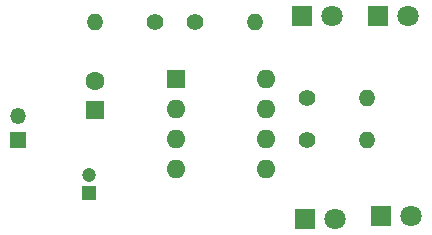
<source format=gbr>
%TF.GenerationSoftware,KiCad,Pcbnew,8.0.5*%
%TF.CreationDate,2024-12-19T14:28:51+03:00*%
%TF.ProjectId,555_Police_Light,3535355f-506f-46c6-9963-655f4c696768,v01*%
%TF.SameCoordinates,Original*%
%TF.FileFunction,Soldermask,Top*%
%TF.FilePolarity,Negative*%
%FSLAX46Y46*%
G04 Gerber Fmt 4.6, Leading zero omitted, Abs format (unit mm)*
G04 Created by KiCad (PCBNEW 8.0.5) date 2024-12-19 14:28:51*
%MOMM*%
%LPD*%
G01*
G04 APERTURE LIST*
%ADD10C,1.400000*%
%ADD11O,1.400000X1.400000*%
%ADD12R,1.350000X1.350000*%
%ADD13O,1.350000X1.350000*%
%ADD14R,1.600000X1.600000*%
%ADD15O,1.600000X1.600000*%
%ADD16R,1.800000X1.800000*%
%ADD17C,1.800000*%
%ADD18C,1.600000*%
%ADD19R,1.200000X1.200000*%
%ADD20C,1.200000*%
G04 APERTURE END LIST*
D10*
%TO.C,R4*%
X136460000Y-75000000D03*
D11*
X141540000Y-75000000D03*
%TD*%
D10*
%TO.C,R3*%
X136460000Y-78500000D03*
D11*
X141540000Y-78500000D03*
%TD*%
D10*
%TO.C,R2*%
X126960000Y-68500000D03*
D11*
X132040000Y-68500000D03*
%TD*%
D10*
%TO.C,R1*%
X123540000Y-68500000D03*
D11*
X118460000Y-68500000D03*
%TD*%
D12*
%TO.C,J1*%
X112000000Y-78500000D03*
D13*
X112000000Y-76500000D03*
%TD*%
D14*
%TO.C,U1*%
X125350000Y-73400000D03*
D15*
X125350000Y-75940000D03*
X125350000Y-78480000D03*
X125350000Y-81020000D03*
X132970000Y-81020000D03*
X132970000Y-78480000D03*
X132970000Y-75940000D03*
X132970000Y-73400000D03*
%TD*%
D16*
%TO.C,RED2*%
X142725000Y-85000000D03*
D17*
X145265000Y-85000000D03*
%TD*%
D16*
%TO.C,RED1*%
X136250000Y-85200000D03*
D17*
X138790000Y-85200000D03*
%TD*%
D14*
%TO.C,C2*%
X118500000Y-76000000D03*
D18*
X118500000Y-73500000D03*
%TD*%
D19*
%TO.C,C1*%
X118000000Y-83000000D03*
D20*
X118000000Y-81500000D03*
%TD*%
D16*
%TO.C,BLUE2*%
X142460000Y-68000000D03*
D17*
X145000000Y-68000000D03*
%TD*%
D16*
%TO.C,BLUE1*%
X136000000Y-68000000D03*
D17*
X138540000Y-68000000D03*
%TD*%
M02*

</source>
